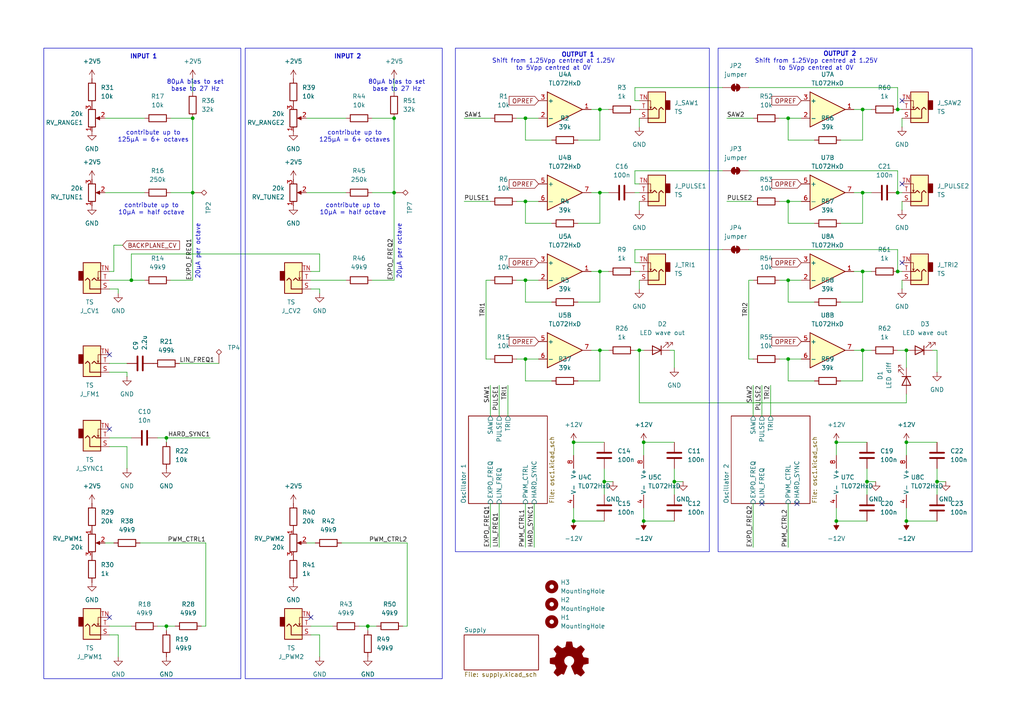
<source format=kicad_sch>
(kicad_sch (version 20250114) (generator "eeschema") (generator_version "9.0")
  (paper "A4")
  (title_block (title "SSI2131 based dual VCO") (company "Jonas Norling"))
  (rectangle (start 132.08 13.97) (end 205.74 160.02))
  (rectangle (start 71.12 13.97) (end 128.27 196.85))
  (rectangle (start 208.28 13.97) (end 281.94 160.02))
  (rectangle (start 12.7 13.97) (end 69.85 196.85))
  (text "80µA bias to set\nbase to 27 Hz\n" (at 56.642 24.892 0) (effects (font (size 1.27 1.27) (thickness 0.1588))))
  (text "contribute up to\n125µA = 6+ octaves" (at 44.45 39.624 0) (effects (font (size 1.27 1.27))))
  (text "80µA bias to set\nbase to 27 Hz\n" (at 115.062 24.892 0) (effects (font (size 1.27 1.27) (thickness 0.1588))))
  (text "contribute up to\n10µA = half octave" (at 43.942 60.706 0) (effects (font (size 1.27 1.27))))
  (text "INPUT 2" (at 100.838 16.51 0) (effects (font (size 1.27 1.27) (thickness 0.254) (bold yes))))
  (text "20µA per octave" (at 57.404 72.898 90) (effects (font (size 1.27 1.27))))
  (text "OUTPUT 2" (at 243.586 15.748 0) (effects (font (size 1.27 1.27) (thickness 0.254) (bold yes))))
  (text "20µA per octave" (at 115.824 72.898 90) (effects (font (size 1.27 1.27))))
  (text "Shift from 1.25Vpp centred at 1.25V\nto 5Vpp centred at 0V" (at 236.728 18.796 0) (effects (font (size 1.27 1.27))))
  (text "contribute up to\n125µA = 6+ octaves" (at 102.87 39.624 0) (effects (font (size 1.27 1.27))))
  (text "contribute up to\n10µA = half octave" (at 102.362 60.706 0) (effects (font (size 1.27 1.27))))
  (text "Shift from 1.25Vpp centred at 1.25V\nto 5Vpp centred at 0V" (at 160.528 18.796 0) (effects (font (size 1.27 1.27))))
  (text "INPUT 1" (at 41.656 16.51 0) (effects (font (size 1.27 1.27) (thickness 0.254) (bold yes))))
  (text "OUTPUT 1" (at 167.64 16.002 0) (effects (font (size 1.27 1.27) (thickness 0.254) (bold yes))))
  (junction (at 250.19 31.75))
  (junction (at 228.6 34.29))
  (junction (at 262.89 151.13))
  (junction (at 262.89 101.6))
  (junction (at 242.57 128.27))
  (junction (at 195.58 139.7))
  (junction (at 250.19 78.74))
  (junction (at 271.78 139.7))
  (junction (at 114.3 55.88))
  (junction (at 250.19 101.6))
  (junction (at 175.26 139.7))
  (junction (at 173.99 78.74))
  (junction (at 250.19 55.88))
  (junction (at 260.35 31.75))
  (junction (at 173.99 31.75))
  (junction (at 48.26 181.61))
  (junction (at 38.1 81.28))
  (junction (at 228.6 58.42))
  (junction (at 186.69 128.27))
  (junction (at 114.3 34.29))
  (junction (at 55.88 55.88))
  (junction (at 152.4 58.42))
  (junction (at 186.69 151.13))
  (junction (at 262.89 128.27))
  (junction (at 173.99 101.6))
  (junction (at 173.99 55.88))
  (junction (at 152.4 81.28))
  (junction (at 48.26 127))
  (junction (at 152.4 104.14))
  (junction (at 55.88 34.29))
  (junction (at 228.6 81.28))
  (junction (at 251.46 139.7))
  (junction (at 166.37 151.13))
  (junction (at 106.68 181.61))
  (junction (at 228.6 104.14))
  (junction (at 260.35 55.88))
  (junction (at 260.35 78.74))
  (junction (at 242.57 151.13))
  (junction (at 185.42 101.6))
  (junction (at 152.4 34.29))
  (junction (at 166.37 128.27))
  (no_connect (at 261.62 29.21))
  (no_connect (at 31.75 102.87))
  (no_connect (at 31.75 124.46))
  (no_connect (at 231.14 146.05))
  (no_connect (at 90.17 179.07))
  (no_connect (at 261.62 76.2))
  (no_connect (at 220.98 146.05))
  (no_connect (at 261.62 53.34))
  (no_connect (at 31.75 179.07))
  (wire (pts (xy 167.64 64.77) (xy 173.99 64.77)))
  (wire (pts (xy 171.45 78.74) (xy 173.99 78.74)))
  (wire (pts (xy 210.82 34.29) (xy 218.44 34.29)))
  (wire (pts (xy 262.89 101.6) (xy 262.89 106.68)))
  (wire (pts (xy 171.45 101.6) (xy 173.99 101.6)))
  (wire (pts (xy 262.89 128.27) (xy 271.78 128.27)))
  (wire (pts (xy 228.6 34.29) (xy 232.41 34.29)))
  (wire (pts (xy 167.64 87.63) (xy 173.99 87.63)))
  (wire (pts (xy 88.9 34.29) (xy 100.33 34.29)))
  (wire (pts (xy 250.19 110.49) (xy 250.19 101.6)))
  (wire (pts (xy 217.17 49.53) (xy 260.35 49.53)))
  (wire (pts (xy 184.15 29.21) (xy 184.15 25.4)))
  (wire (pts (xy 175.26 139.7) (xy 177.8 139.7)))
  (wire (pts (xy 34.29 83.82) (xy 34.29 85.09)))
  (wire (pts (xy 262.89 128.27) (xy 262.89 132.08)))
  (wire (pts (xy 184.15 55.88) (xy 185.42 55.88)))
  (wire (pts (xy 160.02 64.77) (xy 152.4 64.77)))
  (wire (pts (xy 30.48 55.88) (xy 41.91 55.88)))
  (wire (pts (xy 226.06 104.14) (xy 228.6 104.14)))
  (wire (pts (xy 250.19 78.74) (xy 252.73 78.74)))
  (wire (pts (xy 34.29 184.15) (xy 34.29 190.5)))
  (wire (pts (xy 195.58 101.6) (xy 195.58 106.68)))
  (wire (pts (xy 262.89 116.84) (xy 185.42 116.84)))
  (wire (pts (xy 228.6 40.64) (xy 228.6 34.29)))
  (wire (pts (xy 271.78 135.89) (xy 271.78 139.7)))
  (wire (pts (xy 88.9 157.48) (xy 91.44 157.48)))
  (wire (pts (xy 88.9 55.88) (xy 100.33 55.88)))
  (wire (pts (xy 152.4 87.63) (xy 152.4 81.28)))
  (wire (pts (xy 31.75 83.82) (xy 34.29 83.82)))
  (wire (pts (xy 55.88 22.86) (xy 55.88 26.67)))
  (wire (pts (xy 260.35 31.75) (xy 261.62 31.75)))
  (wire (pts (xy 251.46 139.7) (xy 251.46 143.51)))
  (wire (pts (xy 59.69 181.61) (xy 58.42 181.61)))
  (wire (pts (xy 55.88 34.29) (xy 55.88 55.88)))
  (wire (pts (xy 250.19 31.75) (xy 252.73 31.75)))
  (wire (pts (xy 90.17 184.15) (xy 92.71 184.15)))
  (wire (pts (xy 217.17 25.4) (xy 260.35 25.4)))
  (wire (pts (xy 226.06 81.28) (xy 228.6 81.28)))
  (wire (pts (xy 31.75 105.41) (xy 36.83 105.41)))
  (wire (pts (xy 271.78 139.7) (xy 274.32 139.7)))
  (wire (pts (xy 247.65 55.88) (xy 250.19 55.88)))
  (wire (pts (xy 184.15 76.2) (xy 184.15 72.39)))
  (wire (pts (xy 260.35 78.74) (xy 261.62 78.74)))
  (wire (pts (xy 251.46 139.7) (xy 254 139.7)))
  (wire (pts (xy 152.4 104.14) (xy 152.4 110.49)))
  (wire (pts (xy 149.86 58.42) (xy 152.4 58.42)))
  (wire (pts (xy 242.57 151.13) (xy 251.46 151.13)))
  (wire (pts (xy 260.35 101.6) (xy 262.89 101.6)))
  (wire (pts (xy 226.06 58.42) (xy 228.6 58.42)))
  (wire (pts (xy 38.1 73.66) (xy 38.1 81.28)))
  (wire (pts (xy 173.99 87.63) (xy 173.99 78.74)))
  (wire (pts (xy 186.69 147.32) (xy 186.69 151.13)))
  (wire (pts (xy 217.17 72.39) (xy 260.35 72.39)))
  (wire (pts (xy 185.42 81.28) (xy 185.42 83.82)))
  (wire (pts (xy 52.07 105.41) (xy 63.5 105.41)))
  (wire (pts (xy 152.4 58.42) (xy 156.21 58.42)))
  (wire (pts (xy 261.62 34.29) (xy 261.62 36.83)))
  (wire (pts (xy 149.86 34.29) (xy 152.4 34.29)))
  (wire (pts (xy 220.98 120.65) (xy 220.98 111.76)))
  (wire (pts (xy 48.26 127) (xy 60.96 127)))
  (wire (pts (xy 184.15 31.75) (xy 185.42 31.75)))
  (wire (pts (xy 167.64 40.64) (xy 173.99 40.64)))
  (wire (pts (xy 217.17 81.28) (xy 217.17 104.14)))
  (wire (pts (xy 186.69 151.13) (xy 195.58 151.13)))
  (wire (pts (xy 271.78 139.7) (xy 271.78 143.51)))
  (wire (pts (xy 38.1 81.28) (xy 41.91 81.28)))
  (wire (pts (xy 271.78 101.6) (xy 271.78 107.95)))
  (wire (pts (xy 171.45 55.88) (xy 173.99 55.88)))
  (wire (pts (xy 152.4 81.28) (xy 156.21 81.28)))
  (wire (pts (xy 243.84 40.64) (xy 250.19 40.64)))
  (wire (pts (xy 250.19 64.77) (xy 250.19 55.88)))
  (wire (pts (xy 31.75 127) (xy 38.1 127)))
  (wire (pts (xy 92.71 83.82) (xy 92.71 85.09)))
  (wire (pts (xy 149.86 81.28) (xy 152.4 81.28)))
  (wire (pts (xy 185.42 58.42) (xy 185.42 60.96)))
  (wire (pts (xy 236.22 40.64) (xy 228.6 40.64)))
  (wire (pts (xy 106.68 181.61) (xy 106.68 182.88)))
  (wire (pts (xy 49.53 81.28) (xy 55.88 81.28)))
  (wire (pts (xy 195.58 139.7) (xy 198.12 139.7)))
  (wire (pts (xy 175.26 135.89) (xy 175.26 139.7)))
  (wire (pts (xy 247.65 101.6) (xy 250.19 101.6)))
  (wire (pts (xy 142.24 158.75) (xy 142.24 146.05)))
  (wire (pts (xy 250.19 40.64) (xy 250.19 31.75)))
  (wire (pts (xy 152.4 34.29) (xy 156.21 34.29)))
  (wire (pts (xy 185.42 29.21) (xy 184.15 29.21)))
  (wire (pts (xy 260.35 55.88) (xy 261.62 55.88)))
  (wire (pts (xy 175.26 139.7) (xy 175.26 143.51)))
  (wire (pts (xy 186.69 128.27) (xy 186.69 132.08)))
  (wire (pts (xy 261.62 81.28) (xy 261.62 83.82)))
  (wire (pts (xy 92.71 184.15) (xy 92.71 190.5)))
  (wire (pts (xy 250.19 31.75) (xy 247.65 31.75)))
  (wire (pts (xy 173.99 110.49) (xy 173.99 101.6)))
  (wire (pts (xy 228.6 110.49) (xy 236.22 110.49)))
  (wire (pts (xy 114.3 22.86) (xy 114.3 26.67)))
  (wire (pts (xy 166.37 128.27) (xy 166.37 132.08)))
  (wire (pts (xy 261.62 58.42) (xy 261.62 60.96)))
  (wire (pts (xy 31.75 184.15) (xy 34.29 184.15)))
  (wire (pts (xy 184.15 101.6) (xy 185.42 101.6)))
  (wire (pts (xy 118.11 181.61) (xy 116.84 181.61)))
  (wire (pts (xy 226.06 34.29) (xy 228.6 34.29)))
  (wire (pts (xy 90.17 83.82) (xy 92.71 83.82)))
  (wire (pts (xy 33.02 71.12) (xy 33.02 78.74)))
  (wire (pts (xy 118.11 157.48) (xy 118.11 181.61)))
  (wire (pts (xy 140.97 104.14) (xy 142.24 104.14)))
  (wire (pts (xy 262.89 151.13) (xy 271.78 151.13)))
  (wire (pts (xy 107.95 81.28) (xy 114.3 81.28)))
  (wire (pts (xy 242.57 147.32) (xy 242.57 151.13)))
  (wire (pts (xy 142.24 120.65) (xy 142.24 111.76)))
  (wire (pts (xy 48.26 181.61) (xy 50.8 181.61)))
  (wire (pts (xy 152.4 110.49) (xy 160.02 110.49)))
  (wire (pts (xy 140.97 81.28) (xy 140.97 104.14)))
  (wire (pts (xy 152.4 64.77) (xy 152.4 58.42)))
  (wire (pts (xy 134.62 58.42) (xy 142.24 58.42)))
  (wire (pts (xy 107.95 55.88) (xy 114.3 55.88)))
  (wire (pts (xy 250.19 101.6) (xy 252.73 101.6)))
  (wire (pts (xy 92.71 73.66) (xy 38.1 73.66)))
  (wire (pts (xy 160.02 87.63) (xy 152.4 87.63)))
  (wire (pts (xy 45.72 127) (xy 48.26 127)))
  (wire (pts (xy 243.84 64.77) (xy 250.19 64.77)))
  (wire (pts (xy 242.57 128.27) (xy 251.46 128.27)))
  (wire (pts (xy 184.15 53.34) (xy 184.15 49.53)))
  (wire (pts (xy 173.99 31.75) (xy 171.45 31.75)))
  (wire (pts (xy 228.6 87.63) (xy 228.6 81.28)))
  (wire (pts (xy 228.6 58.42) (xy 232.41 58.42)))
  (wire (pts (xy 106.68 181.61) (xy 109.22 181.61)))
  (wire (pts (xy 152.4 40.64) (xy 152.4 34.29)))
  (wire (pts (xy 185.42 76.2) (xy 184.15 76.2)))
  (wire (pts (xy 173.99 101.6) (xy 176.53 101.6)))
  (wire (pts (xy 173.99 78.74) (xy 176.53 78.74)))
  (wire (pts (xy 262.89 114.3) (xy 262.89 116.84)))
  (wire (pts (xy 144.78 120.65) (xy 144.78 111.76)))
  (wire (pts (xy 185.42 116.84) (xy 185.42 101.6)))
  (wire (pts (xy 147.32 120.65) (xy 147.32 111.76)))
  (wire (pts (xy 185.42 53.34) (xy 184.15 53.34)))
  (wire (pts (xy 92.71 78.74) (xy 92.71 73.66)))
  (wire (pts (xy 114.3 34.29) (xy 114.3 55.88)))
  (wire (pts (xy 90.17 181.61) (xy 96.52 181.61)))
  (wire (pts (xy 152.4 104.14) (xy 156.21 104.14)))
  (wire (pts (xy 55.88 55.88) (xy 55.88 81.28)))
  (wire (pts (xy 260.35 72.39) (xy 260.35 78.74)))
  (wire (pts (xy 194.31 101.6) (xy 195.58 101.6)))
  (wire (pts (xy 31.75 181.61) (xy 38.1 181.61)))
  (wire (pts (xy 184.15 78.74) (xy 185.42 78.74)))
  (wire (pts (xy 99.06 157.48) (xy 118.11 157.48)))
  (wire (pts (xy 166.37 128.27) (xy 175.26 128.27)))
  (wire (pts (xy 228.6 104.14) (xy 232.41 104.14)))
  (wire (pts (xy 242.57 128.27) (xy 242.57 132.08)))
  (wire (pts (xy 186.69 128.27) (xy 195.58 128.27)))
  (wire (pts (xy 36.83 129.54) (xy 36.83 135.89)))
  (wire (pts (xy 236.22 87.63) (xy 228.6 87.63)))
  (wire (pts (xy 90.17 81.28) (xy 100.33 81.28)))
  (wire (pts (xy 30.48 34.29) (xy 41.91 34.29)))
  (wire (pts (xy 228.6 104.14) (xy 228.6 110.49)))
  (wire (pts (xy 218.44 158.75) (xy 218.44 146.05)))
  (wire (pts (xy 114.3 55.88) (xy 114.3 81.28)))
  (wire (pts (xy 166.37 151.13) (xy 175.26 151.13)))
  (wire (pts (xy 184.15 72.39) (xy 209.55 72.39)))
  (wire (pts (xy 33.02 71.12) (xy 35.56 71.12)))
  (wire (pts (xy 160.02 40.64) (xy 152.4 40.64)))
  (wire (pts (xy 250.19 55.88) (xy 252.73 55.88)))
  (wire (pts (xy 173.99 31.75) (xy 176.53 31.75)))
  (wire (pts (xy 31.75 81.28) (xy 38.1 81.28)))
  (wire (pts (xy 217.17 104.14) (xy 218.44 104.14)))
  (wire (pts (xy 184.15 25.4) (xy 209.55 25.4)))
  (wire (pts (xy 251.46 135.89) (xy 251.46 139.7)))
  (wire (pts (xy 48.26 181.61) (xy 48.26 182.88)))
  (wire (pts (xy 228.6 64.77) (xy 228.6 58.42)))
  (wire (pts (xy 228.6 158.75) (xy 228.6 146.05)))
  (wire (pts (xy 45.72 181.61) (xy 48.26 181.61)))
  (wire (pts (xy 92.71 78.74) (xy 90.17 78.74)))
  (wire (pts (xy 184.15 49.53) (xy 209.55 49.53)))
  (wire (pts (xy 154.94 158.75) (xy 154.94 146.05)))
  (wire (pts (xy 33.02 78.74) (xy 31.75 78.74)))
  (wire (pts (xy 218.44 120.65) (xy 218.44 111.76)))
  (wire (pts (xy 236.22 64.77) (xy 228.6 64.77)))
  (wire (pts (xy 167.64 110.49) (xy 173.99 110.49)))
  (wire (pts (xy 243.84 110.49) (xy 250.19 110.49)))
  (wire (pts (xy 31.75 129.54) (xy 36.83 129.54)))
  (wire (pts (xy 144.78 158.75) (xy 144.78 146.05)))
  (wire (pts (xy 30.48 157.48) (xy 33.02 157.48)))
  (wire (pts (xy 134.62 34.29) (xy 142.24 34.29)))
  (wire (pts (xy 210.82 58.42) (xy 218.44 58.42)))
  (wire (pts (xy 195.58 139.7) (xy 195.58 143.51)))
  (wire (pts (xy 31.75 107.95) (xy 36.83 107.95)))
  (wire (pts (xy 185.42 34.29) (xy 185.42 36.83)))
  (wire (pts (xy 260.35 49.53) (xy 260.35 55.88)))
  (wire (pts (xy 49.53 55.88) (xy 55.88 55.88)))
  (wire (pts (xy 40.64 157.48) (xy 59.69 157.48)))
  (wire (pts (xy 247.65 78.74) (xy 250.19 78.74)))
  (wire (pts (xy 49.53 34.29) (xy 55.88 34.29)))
  (wire (pts (xy 185.42 101.6) (xy 186.69 101.6)))
  (wire (pts (xy 262.89 147.32) (xy 262.89 151.13)))
  (wire (pts (xy 166.37 147.32) (xy 166.37 151.13)))
  (wire (pts (xy 149.86 104.14) (xy 152.4 104.14)))
  (wire (pts (xy 228.6 81.28) (xy 232.41 81.28)))
  (wire (pts (xy 260.35 25.4) (xy 260.35 31.75)))
  (wire (pts (xy 152.4 158.75) (xy 152.4 146.05)))
  (wire (pts (xy 173.99 55.88) (xy 176.53 55.88)))
  (wire (pts (xy 104.14 181.61) (xy 106.68 181.61)))
  (wire (pts (xy 243.84 87.63) (xy 250.19 87.63)))
  (wire (pts (xy 107.95 34.29) (xy 114.3 34.29)))
  (wire (pts (xy 223.52 120.65) (xy 223.52 111.76)))
  (wire (pts (xy 36.83 107.95) (xy 36.83 109.22)))
  (wire (pts (xy 195.58 135.89) (xy 195.58 139.7)))
  (wire (pts (xy 59.69 157.48) (xy 59.69 181.61)))
  (wire (pts (xy 48.26 127) (xy 48.26 128.27)))
  (wire (pts (xy 217.17 81.28) (xy 218.44 81.28)))
  (wire (pts (xy 173.99 64.77) (xy 173.99 55.88)))
  (wire (pts (xy 270.51 101.6) (xy 271.78 101.6)))
  (wire (pts (xy 140.97 81.28) (xy 142.24 81.28)))
  (wire (pts (xy 173.99 40.64) (xy 173.99 31.75)))
  (wire (pts (xy 250.19 87.63) (xy 250.19 78.74)))
  (label "PULSE1" (at 144.78 111.76 270))
  (label "LIN_FREQ1" (at 144.78 158.75 90))
  (label "HARD_SYNC1" (at 154.94 158.75 90))
  (label "TRI2" (at 217.17 87.63 270))
  (label "TRI1" (at 147.32 111.76 270))
  (label "TRI1" (at 140.97 87.63 270))
  (label "SAW1" (at 134.62 34.29 0))
  (label "PWM_CTRL2" (at 228.6 158.75 90))
  (label "SAW2" (at 218.44 111.76 270))
  (label "PULSE2" (at 210.82 58.42 0))
  (label "TRI2" (at 223.52 111.76 270))
  (label "EXPO_FREQ1" (at 142.24 158.75 90))
  (label "LIN_FREQ1" (at 62.23 105.41 180))
  (label "SAW1" (at 142.24 111.76 270))
  (label "SAW2" (at 210.82 34.29 0))
  (label "EXPO_FREQ2" (at 218.44 158.75 90))
  (label "EXPO_FREQ2" (at 114.3 81.28 90))
  (label "PWM_CTRL1" (at 59.69 157.48 180))
  (label "PWM_CTRL2" (at 118.11 157.48 180))
  (label "PULSE2" (at 220.98 111.76 270))
  (label "PULSE1" (at 134.62 58.42 0))
  (label "EXPO_FREQ1" (at 55.88 81.28 90))
  (label "PWM_CTRL1" (at 152.4 158.75 90))
  (label "HARD_SYNC1" (at 60.96 127 180))
  (global_label "OPREF" (shape input) (at 156.21 99.06 180) (property "Intersheetrefs" "${INTERSHEET_REFS}" (effects (hide yes))))
  (global_label "OPREF" (shape input) (at 156.21 53.34 180) (property "Intersheetrefs" "${INTERSHEET_REFS}" (effects (hide yes))))
  (global_label "OPREF" (shape input) (at 156.21 29.21 180) (property "Intersheetrefs" "${INTERSHEET_REFS}" (effects (hide yes))))
  (global_label "OPREF" (shape input) (at 232.41 99.06 180) (property "Intersheetrefs" "${INTERSHEET_REFS}" (effects (hide yes))))
  (global_label "OPREF" (shape input) (at 232.41 53.34 180) (property "Intersheetrefs" "${INTERSHEET_REFS}" (effects (hide yes))))
  (global_label "OPREF" (shape input) (at 232.41 76.2 180) (property "Intersheetrefs" "${INTERSHEET_REFS}" (effects (hide yes))))
  (global_label "OPREF" (shape input) (at 156.21 76.2 180) (property "Intersheetrefs" "${INTERSHEET_REFS}" (effects (hide yes))))
  (global_label "OPREF" (shape input) (at 232.41 29.21 180) (property "Intersheetrefs" "${INTERSHEET_REFS}" (effects (hide yes))))
  (global_label "BACKPLANE_CV" (shape input) (at 35.56 71.12 0) (property "Intersheetrefs" "${INTERSHEET_REFS}" (effects (hide yes))))
  (symbol (lib_id "power:-12V") (at 166.37 151.13 180) (unit 1)
    (property "Reference" "#PWR053" (effects (hide yes)))
    (property "Value" "-12V" (at 166.37 156.21 0))
    (property "Description" "Power symbol creates a global label with name \"-12V\"" (effects (hide yes)))
  )
  (symbol (lib_id "Amplifier_Operational:TL072") (at 163.83 78.74 0) (unit 1)
    (property "Reference" "U5" (at 163.83 68.58 0))
    (property "Value" "TL072HxD" (at 163.83 71.12 0))
    (property "Footprint" "Package_SO:SOIC-8_3.9x4.9mm_P1.27mm" (effects (hide yes)))
    (property "Datasheet" "http://www.ti.com/lit/ds/symlink/tl071.pdf" (effects (hide yes)))
    (property "Description" "Dual Low-Noise JFET-Input Operational Amplifiers, DIP-8/SOIC-8" (effects (hide yes)))
  )
  (symbol (lib_id "Device:LED") (at 266.7 101.6 180) (unit 1)
    (property "Reference" "D3" (at 268.2875 93.98 0))
    (property "Value" "LED wave out" (at 268.2875 96.52 0))
    (property "Footprint" "LED_THT:LED_D3.0mm" (effects (hide yes)))
    (property "Description" "Light emitting diode" (effects (hide yes)))
    (property "Sim.Pins" "1=K 2=A" (effects (hide yes)))
  )
  (symbol (lib_id "power:+12V") (at 166.37 128.27 0) (unit 1)
    (property "Reference" "#PWR024" (effects (hide yes)))
    (property "Value" "+12V" (at 166.37 123.19 0))
    (property "Description" "Power symbol creates a global label with name \"+12V\"" (effects (hide yes)))
  )
  (symbol (lib_id "Device:C") (at 271.78 147.32 0) (unit 1)
    (property "Reference" "C23" (at 275.59 146.0499 0) (effects (justify left)))
    (property "Value" "100n" (at 275.59 148.5899 0) (effects (justify left)))
    (property "Footprint" "Capacitor_SMD:C_0603_1608Metric_Pad1.08x0.95mm_HandSolder" (effects (hide yes)))
    (property "Description" "Unpolarized capacitor" (effects (hide yes)))
  )
  (symbol (lib_id "power:+12V") (at 242.57 128.27 0) (unit 1)
    (property "Reference" "#PWR072" (effects (hide yes)))
    (property "Value" "+12V" (at 242.57 123.19 0))
    (property "Description" "Power symbol creates a global label with name \"+12V\"" (effects (hide yes)))
  )
  (symbol (lib_id "power:GND") (at 85.09 59.69 0) (unit 1)
    (property "Reference" "#PWR062" (effects (hide yes)))
    (property "Value" "GND" (at 85.09 64.77 0))
    (property "Description" "Power symbol creates a global label with name \"GND\" , ground" (effects (hide yes)))
  )
  (symbol (lib_id "Jumper:SolderJumper_2_Bridged") (at 213.36 72.39 180) (unit 1) (in_bom no)
    (property "Reference" "JP4" (at 213.36 66.04 0))
    (property "Value" "jumper" (at 213.36 68.58 0))
    (property "Footprint" "Jumper:SolderJumper-2_P1.3mm_Bridged2Bar_Pad1.0x1.5mm" (effects (hide yes)))
    (property "Description" "Solder Jumper, 2-pole, closed/bridged" (effects (hide yes)))
  )
  (symbol (lib_id "Device:C") (at 251.46 147.32 0) (unit 1)
    (property "Reference" "C20" (at 255.27 146.0499 0) (effects (justify left)))
    (property "Value" "100n" (at 255.27 148.5899 0) (effects (justify left)))
    (property "Footprint" "Capacitor_SMD:C_0603_1608Metric_Pad1.08x0.95mm_HandSolder" (effects (hide yes)))
    (property "Description" "Unpolarized capacitor" (effects (hide yes)))
  )
  (symbol (lib_id "Connector_Audio:AudioJack2_SwitchT") (at 26.67 181.61 0) (mirror x) (unit 1)
    (property "Reference" "J_PWM1" (at 26.035 190.5 0))
    (property "Value" "TS" (at 26.035 187.96 0))
    (property "Footprint" "Connector_Audio:Jack_3.5mm_QingPu_WQP-PJ398SM_Vertical_CircularHoles" (effects (hide yes)))
    (property "Description" "Audio Jack, 2 Poles (Mono / TS), Switched T Pole (Normalling)" (effects (hide yes)))
  )
  (symbol (lib_id "Jumper:SolderJumper_2_Bridged") (at 213.36 25.4 180) (unit 1) (in_bom no)
    (property "Reference" "JP2" (at 213.36 19.05 0))
    (property "Value" "jumper" (at 213.36 21.59 0))
    (property "Footprint" "Jumper:SolderJumper-2_P1.3mm_Bridged2Bar_Pad1.0x1.5mm" (effects (hide yes)))
    (property "Description" "Solder Jumper, 2-pole, closed/bridged" (effects (hide yes)))
  )
  (symbol (lib_id "Connector:TestPoint_Alt") (at 63.5 105.41 0) (mirror y) (unit 1)
    (property "Reference" "TP4" (at 66.04 100.8379 0) (effects (justify right)))
    (property "Value" "TestPoint_Alt" (effects (hide yes)))
    (property "Footprint" "Holes:TP_0.9mm" (effects (hide yes)))
    (property "Description" "test point (alternative shape)" (effects (hide yes)))
  )
  (symbol (lib_id "Device:R") (at 256.54 101.6 90) (unit 1)
    (property "Reference" "R62" (at 256.54 95.25 90))
    (property "Value" "1k" (at 256.54 97.79 90))
    (property "Footprint" "Resistor_SMD:R_0603_1608Metric_Pad0.98x0.95mm_HandSolder" (effects (hide yes)))
    (property "Description" "Resistor" (effects (hide yes)))
  )
  (symbol (lib_id "power:GND") (at 34.29 85.09 0) (unit 1)
    (property "Reference" "#PWR033" (effects (hide yes)))
    (property "Value" "GND" (at 34.29 90.17 0))
    (property "Description" "Power symbol creates a global label with name \"GND\" , ground" (effects (hide yes)))
  )
  (symbol (lib_id "Device:R") (at 26.67 149.86 180) (unit 1)
    (property "Reference" "R29" (at 29.21 148.5899 0) (effects (justify right)))
    (property "Value" "20k" (at 29.21 151.1299 0) (effects (justify right)))
    (property "Footprint" "Resistor_SMD:R_0603_1608Metric_Pad0.98x0.95mm_HandSolder" (effects (hide yes)))
    (property "Description" "Resistor" (effects (hide yes)))
  )
  (symbol (lib_id "power:+2V5") (at 26.67 146.05 0) (unit 1)
    (property "Reference" "#PWR039" (effects (hide yes)))
    (property "Value" "+2V5" (at 26.67 140.97 0))
    (property "Description" "Power symbol creates a global label with name \"+2V5\"" (effects (hide yes)))
  )
  (symbol (lib_id "Device:R") (at 26.67 26.67 180) (unit 1)
    (property "Reference" "R31" (at 29.21 25.3999 0) (effects (justify right)))
    (property "Value" "10k" (at 29.21 27.9399 0) (effects (justify right)))
    (property "Footprint" "Resistor_SMD:R_0603_1608Metric_Pad0.98x0.95mm_HandSolder" (effects (hide yes)))
    (property "Description" "Resistor" (effects (hide yes)))
  )
  (symbol (lib_id "Device:R") (at 256.54 78.74 270) (unit 1)
    (property "Reference" "R61" (at 256.54 72.39 90))
    (property "Value" "1k" (at 256.54 74.93 90))
    (property "Footprint" "Resistor_SMD:R_0603_1608Metric_Pad0.98x0.95mm_HandSolder" (effects (hide yes)))
    (property "Description" "Resistor" (effects (hide yes)))
  )
  (symbol (lib_id "Connector_Audio:AudioJack2_SwitchT") (at 26.67 81.28 0) (mirror x) (unit 1)
    (property "Reference" "J_CV1" (at 26.035 90.17 0))
    (property "Value" "TS" (at 26.035 87.63 0))
    (property "Footprint" "Connector_Audio:Jack_3.5mm_QingPu_WQP-PJ398SM_Vertical_CircularHoles" (effects (hide yes)))
    (property "Description" "Audio Jack, 2 Poles (Mono / TS), Switched T Pole (Normalling)" (effects (hide yes)))
  )
  (symbol (lib_id "Amplifier_Operational:TL072") (at 163.83 55.88 0) (unit 2)
    (property "Reference" "U4" (at 163.83 45.72 0))
    (property "Value" "TL072HxD" (at 163.83 48.26 0))
    (property "Footprint" "Package_SO:SOIC-8_3.9x4.9mm_P1.27mm" (effects (hide yes)))
    (property "Datasheet" "http://www.ti.com/lit/ds/symlink/tl071.pdf" (effects (hide yes)))
    (property "Description" "Dual Low-Noise JFET-Input Operational Amplifiers, DIP-8/SOIC-8" (effects (hide yes)))
  )
  (symbol (lib_id "power:+2V5") (at 55.88 22.86 0) (unit 1)
    (property "Reference" "#PWR036" (effects (hide yes)))
    (property "Value" "+2V5" (at 55.88 17.78 0))
    (property "Description" "Power symbol creates a global label with name \"+2V5\"" (effects (hide yes)))
  )
  (symbol (lib_id "power:GND") (at 106.68 190.5 0) (unit 1)
    (property "Reference" "#PWR070" (effects (hide yes)))
    (property "Value" "GND" (at 106.68 195.58 0))
    (property "Description" "Power symbol creates a global label with name \"GND\" , ground" (effects (hide yes)))
  )
  (symbol (lib_id "Amplifier_Operational:TL072") (at 168.91 139.7 0) (unit 3)
    (property "Reference" "U4" (at 167.64 138.4299 0) (effects (justify left)))
    (property "Value" "TL072HxD" (at 167.64 140.9699 0) (effects (justify left)))
    (property "Footprint" "Package_SO:SOIC-8_3.9x4.9mm_P1.27mm" (effects (hide yes)))
    (property "Datasheet" "http://www.ti.com/lit/ds/symlink/tl071.pdf" (effects (hide yes)))
    (property "Description" "Dual Low-Noise JFET-Input Operational Amplifiers, DIP-8/SOIC-8" (effects (hide yes)))
  )
  (symbol (lib_id "Connector_Audio:AudioJack2_SwitchT") (at 190.5 78.74 180) (unit 1)
    (property "Reference" "J_TRI1" (at 195.58 76.8349 0) (effects (justify right)))
    (property "Value" "TS" (at 195.58 79.3749 0) (effects (justify right)))
    (property "Footprint" "Connector_Audio:Jack_3.5mm_QingPu_WQP-PJ398SM_Vertical_CircularHoles" (effects (hide yes)))
    (property "Description" "Audio Jack, 2 Poles (Mono / TS), Switched T Pole (Normalling)" (effects (hide yes)))
  )
  (symbol (lib_id "Amplifier_Operational:TL072") (at 240.03 101.6 0) (unit 2)
    (property "Reference" "U8" (at 240.03 91.44 0))
    (property "Value" "TL072HxD" (at 240.03 93.98 0))
    (property "Footprint" "Package_SO:SOIC-8_3.9x4.9mm_P1.27mm" (effects (hide yes)))
    (property "Datasheet" "http://www.ti.com/lit/ds/symlink/tl071.pdf" (effects (hide yes)))
    (property "Description" "Dual Low-Noise JFET-Input Operational Amplifiers, DIP-8/SOIC-8" (effects (hide yes)))
  )
  (symbol (lib_id "power:GND") (at 198.12 139.7 0) (unit 1)
    (property "Reference" "#PWR052" (effects (hide yes)))
    (property "Value" "GND" (at 198.12 144.78 0))
    (property "Description" "Power symbol creates a global label with name \"GND\" , ground" (effects (hide yes)))
  )
  (symbol (lib_id "power:GND") (at 274.32 139.7 0) (unit 1)
    (property "Reference" "#PWR081" (effects (hide yes)))
    (property "Value" "GND" (at 274.32 144.78 0))
    (property "Description" "Power symbol creates a global label with name \"GND\" , ground" (effects (hide yes)))
  )
  (symbol (lib_id "Device:R") (at 163.83 64.77 270) (unit 1)
    (property "Reference" "R4" (at 163.83 58.42 90))
    (property "Value" "39k" (at 163.83 60.96 90))
    (property "Footprint" "Resistor_SMD:R_0603_1608Metric_Pad0.98x0.95mm_HandSolder" (effects (hide yes)))
    (property "Description" "Resistor" (effects (hide yes)))
  )
  (symbol (lib_id "Amplifier_Operational:TL072") (at 240.03 78.74 0) (unit 1)
    (property "Reference" "U8" (at 240.03 68.58 0))
    (property "Value" "TL072HxD" (at 240.03 71.12 0))
    (property "Footprint" "Package_SO:SOIC-8_3.9x4.9mm_P1.27mm" (effects (hide yes)))
    (property "Datasheet" "http://www.ti.com/lit/ds/symlink/tl071.pdf" (effects (hide yes)))
    (property "Description" "Dual Low-Noise JFET-Input Operational Amplifiers, DIP-8/SOIC-8" (effects (hide yes)))
  )
  (symbol (lib_id "Graphic:Logo_Open_Hardware_Small") (at 165.1 191.77 0) (unit 1) (exclude_from_sim yes) (in_bom no) (on_board no)
    (property "Reference" "#SYM1" (effects (hide yes)))
    (property "Value" "Logo_Open_Hardware_Small" (effects (hide yes)))
    (property "Footprint" "Symbol:OSHW-Logo2_7.3x6mm_SilkScreen" (effects (hide yes)))
    (property "Description" "Open Hardware logo, small" (effects (hide yes)))
  )
  (symbol (lib_id "power:GND") (at 195.58 106.68 0) (unit 1)
    (property "Reference" "#PWR049" (effects (hide yes)))
    (property "Value" "GND" (at 195.58 111.76 0))
    (property "Description" "Power symbol creates a global label with name \"GND\" , ground" (effects (hide yes)))
  )
  (symbol (lib_id "Device:C") (at 271.78 132.08 0) (unit 1)
    (property "Reference" "C22" (at 275.59 130.8099 0) (effects (justify left)))
    (property "Value" "100n" (at 275.59 133.3499 0) (effects (justify left)))
    (property "Footprint" "Capacitor_SMD:C_0603_1608Metric_Pad1.08x0.95mm_HandSolder" (effects (hide yes)))
    (property "Description" "Unpolarized capacitor" (effects (hide yes)))
  )
  (symbol (lib_id "power:GND") (at 48.26 135.89 0) (unit 1)
    (property "Reference" "#PWR046" (effects (hide yes)))
    (property "Value" "GND" (at 48.26 140.97 0))
    (property "Description" "Power symbol creates a global label with name \"GND\" , ground" (effects (hide yes)))
  )
  (symbol (lib_id "power:GND") (at 261.62 60.96 0) (unit 1)
    (property "Reference" "#PWR076" (effects (hide yes)))
    (property "Value" "GND" (at 261.62 66.04 0))
    (property "Description" "Power symbol creates a global label with name \"GND\" , ground" (effects (hide yes)))
  )
  (symbol (lib_id "Device:C") (at 41.91 127 90) (unit 1)
    (property "Reference" "C10" (at 41.91 119.38 90))
    (property "Value" "10n" (at 41.91 121.92 90))
    (property "Footprint" "Capacitor_SMD:C_0603_1608Metric_Pad1.08x0.95mm_HandSolder" (effects (hide yes)))
    (property "Description" "Unpolarized capacitor" (effects (hide yes)))
  )
  (symbol (lib_id "Device:R_Potentiometer") (at 85.09 34.29 0) (mirror x) (unit 1)
    (property "Reference" "RV_RANGE2" (at 82.55 35.5601 0) (effects (justify right)))
    (property "Value" "20k" (at 82.55 33.0201 0) (effects (justify right)))
    (property "Footprint" "Pot:RV9012NO" (effects (hide yes)))
    (property "Description" "Potentiometer" (effects (hide yes)))
  )
  (symbol (lib_id "Device:R") (at 222.25 104.14 270) (unit 1)
    (property "Reference" "R55" (at 222.25 97.79 90))
    (property "Value" "10k" (at 222.25 100.33 90))
    (property "Footprint" "Resistor_SMD:R_0603_1608Metric_Pad0.98x0.95mm_HandSolder" (effects (hide yes)))
    (property "Description" "Resistor" (effects (hide yes)))
  )
  (symbol (lib_id "power:+2V5") (at 114.3 22.86 0) (unit 1)
    (property "Reference" "#PWR071" (effects (hide yes)))
    (property "Value" "+2V5" (at 114.3 17.78 0))
    (property "Description" "Power symbol creates a global label with name \"+2V5\"" (effects (hide yes)))
  )
  (symbol (lib_id "Amplifier_Operational:TL072") (at 240.03 31.75 0) (unit 1)
    (property "Reference" "U7" (at 240.03 21.59 0))
    (property "Value" "TL072HxD" (at 240.03 24.13 0))
    (property "Footprint" "Package_SO:SOIC-8_3.9x4.9mm_P1.27mm" (effects (hide yes)))
    (property "Datasheet" "http://www.ti.com/lit/ds/symlink/tl071.pdf" (effects (hide yes)))
    (property "Description" "Dual Low-Noise JFET-Input Operational Amplifiers, DIP-8/SOIC-8" (effects (hide yes)))
  )
  (symbol (lib_id "power:GND") (at 48.26 190.5 0) (unit 1)
    (property "Reference" "#PWR042" (effects (hide yes)))
    (property "Value" "GND" (at 48.26 195.58 0))
    (property "Description" "Power symbol creates a global label with name \"GND\" , ground" (effects (hide yes)))
  )
  (symbol (lib_id "power:GND") (at 177.8 139.7 0) (unit 1)
    (property "Reference" "#PWR054" (effects (hide yes)))
    (property "Value" "GND" (at 177.8 144.78 0))
    (property "Description" "Power symbol creates a global label with name \"GND\" , ground" (effects (hide yes)))
  )
  (symbol (lib_id "Device:R") (at 180.34 31.75 270) (unit 1)
    (property "Reference" "R3" (at 180.34 25.4 90))
    (property "Value" "1k" (at 180.34 27.94 90))
    (property "Footprint" "Resistor_SMD:R_0603_1608Metric_Pad0.98x0.95mm_HandSolder" (effects (hide yes)))
    (property "Description" "Resistor" (effects (hide yes)))
  )
  (symbol (lib_id "Connector_Audio:AudioJack2_SwitchT") (at 266.7 55.88 180) (unit 1)
    (property "Reference" "J_PULSE2" (at 271.78 53.9749 0) (effects (justify right)))
    (property "Value" "TS" (at 271.78 56.5149 0) (effects (justify right)))
    (property "Footprint" "Connector_Audio:Jack_3.5mm_QingPu_WQP-PJ398SM_Vertical_CircularHoles" (effects (hide yes)))
    (property "Description" "Audio Jack, 2 Poles (Mono / TS), Switched T Pole (Normalling)" (effects (hide yes)))
  )
  (symbol (lib_id "Connector:TestPoint_Alt") (at 55.88 55.88 270) (mirror x) (unit 1)
    (property "Reference" "TP2" (at 60.4521 58.42 0) (effects (justify right)))
    (property "Value" "TestPoint_Alt" (effects (hide yes)))
    (property "Footprint" "Holes:TP_0.9mm" (effects (hide yes)))
    (property "Description" "test point (alternative shape)" (effects (hide yes)))
  )
  (symbol (lib_id "Device:R") (at 180.34 78.74 270) (unit 1)
    (property "Reference" "R9" (at 180.34 72.39 90))
    (property "Value" "1k" (at 180.34 74.93 90))
    (property "Footprint" "Resistor_SMD:R_0603_1608Metric_Pad0.98x0.95mm_HandSolder" (effects (hide yes)))
    (property "Description" "Resistor" (effects (hide yes)))
  )
  (symbol (lib_id "power:+12V") (at 186.69 128.27 0) (unit 1)
    (property "Reference" "#PWR051" (effects (hide yes)))
    (property "Value" "+12V" (at 186.69 123.19 0))
    (property "Description" "Power symbol creates a global label with name \"+12V\"" (effects (hide yes)))
  )
  (symbol (lib_id "Device:C") (at 251.46 132.08 0) (unit 1)
    (property "Reference" "C19" (at 255.27 130.8099 0) (effects (justify left)))
    (property "Value" "100n" (at 255.27 133.3499 0) (effects (justify left)))
    (property "Footprint" "Capacitor_SMD:C_0603_1608Metric_Pad1.08x0.95mm_HandSolder" (effects (hide yes)))
    (property "Description" "Unpolarized capacitor" (effects (hide yes)))
  )
  (symbol (lib_id "power:-12V") (at 186.69 151.13 180) (unit 1)
    (property "Reference" "#PWR050" (effects (hide yes)))
    (property "Value" "-12V" (at 186.69 156.21 0))
    (property "Description" "Power symbol creates a global label with name \"-12V\"" (effects (hide yes)))
  )
  (symbol (lib_id "power:-12V") (at 262.89 151.13 180) (unit 1)
    (property "Reference" "#PWR079" (effects (hide yes)))
    (property "Value" "-12V" (at 262.89 156.21 0))
    (property "Description" "Power symbol creates a global label with name \"-12V\"" (effects (hide yes)))
  )
  (symbol (lib_id "Device:C") (at 40.64 105.41 90) (unit 1)
    (property "Reference" "C9" (at 39.3699 101.6 0) (effects (justify left)))
    (property "Value" "2.2u" (at 41.9099 101.6 0) (effects (justify left)))
    (property "Footprint" "Capacitor_SMD:C_0805_2012Metric_Pad1.18x1.45mm_HandSolder" (effects (hide yes)))
    (property "Description" "Unpolarized capacitor" (effects (hide yes)))
  )
  (symbol (lib_id "Device:R") (at 26.67 165.1 180) (unit 1)
    (property "Reference" "R30" (at 29.21 163.8299 0) (effects (justify right)))
    (property "Value" "1k" (at 29.21 166.3699 0) (effects (justify right)))
    (property "Footprint" "Resistor_SMD:R_0603_1608Metric_Pad0.98x0.95mm_HandSolder" (effects (hide yes)))
    (property "Description" "Resistor" (effects (hide yes)))
  )
  (symbol (lib_id "Device:R") (at 222.25 58.42 270) (unit 1)
    (property "Reference" "R53" (at 222.25 52.07 90))
    (property "Value" "10k" (at 222.25 54.61 90))
    (property "Footprint" "Resistor_SMD:R_0603_1608Metric_Pad0.98x0.95mm_HandSolder" (effects (hide yes)))
    (property "Description" "Resistor" (effects (hide yes)))
  )
  (symbol (lib_id "Amplifier_Operational:TL072") (at 163.83 31.75 0) (unit 1)
    (property "Reference" "U4" (at 163.83 21.59 0))
    (property "Value" "TL072HxD" (at 163.83 24.13 0))
    (property "Footprint" "Package_SO:SOIC-8_3.9x4.9mm_P1.27mm" (effects (hide yes)))
    (property "Datasheet" "http://www.ti.com/lit/ds/symlink/tl071.pdf" (effects (hide yes)))
    (property "Description" "Dual Low-Noise JFET-Input Operational Amplifiers, DIP-8/SOIC-8" (effects (hide yes)))
  )
  (symbol (lib_id "Device:R") (at 240.03 110.49 270) (unit 1)
    (property "Reference" "R59" (at 240.03 104.14 90))
    (property "Value" "39k" (at 240.03 106.68 90))
    (property "Footprint" "Resistor_SMD:R_0603_1608Metric_Pad0.98x0.95mm_HandSolder" (effects (hide yes)))
    (property "Description" "Resistor" (effects (hide yes)))
  )
  (symbol (lib_id "power:GND") (at 26.67 59.69 0) (unit 1)
    (property "Reference" "#PWR035" (effects (hide yes)))
    (property "Value" "GND" (at 26.67 64.77 0))
    (property "Description" "Power symbol creates a global label with name \"GND\" , ground" (effects (hide yes)))
  )
  (symbol (lib_id "Device:R") (at 45.72 34.29 90) (unit 1)
    (property "Reference" "R17" (at 45.72 27.94 90))
    (property "Value" "10k" (at 45.72 30.48 90))
    (property "Footprint" "Resistor_SMD:R_0603_1608Metric_Pad0.98x0.95mm_HandSolder" (effects (hide yes)))
    (property "Description" "Resistor" (effects (hide yes)))
  )
  (symbol (lib_id "Device:R_Potentiometer") (at 26.67 55.88 0) (mirror x) (unit 1)
    (property "Reference" "RV_TUNE1" (at 24.13 57.1501 0) (effects (justify right)))
    (property "Value" "20k" (at 24.13 54.6101 0) (effects (justify right)))
    (property "Footprint" "Pot:RV9012NO" (effects (hide yes)))
    (property "Description" "Potentiometer" (effects (hide yes)))
  )
  (symbol (lib_id "Device:R") (at 146.05 81.28 270) (unit 1)
    (property "Reference" "R7" (at 146.05 74.93 90))
    (property "Value" "10k" (at 146.05 77.47 90))
    (property "Footprint" "Resistor_SMD:R_0603_1608Metric_Pad0.98x0.95mm_HandSolder" (effects (hide yes)))
    (property "Description" "Resistor" (effects (hide yes)))
  )
  (symbol (lib_id "Device:R") (at 163.83 87.63 270) (unit 1)
    (property "Reference" "R5" (at 163.83 81.28 90))
    (property "Value" "39k" (at 163.83 83.82 90))
    (property "Footprint" "Resistor_SMD:R_0603_1608Metric_Pad0.98x0.95mm_HandSolder" (effects (hide yes)))
    (property "Description" "Resistor" (effects (hide yes)))
  )
  (symbol (lib_id "Jumper:SolderJumper_2_Bridged") (at 213.36 49.53 180) (unit 1) (in_bom no)
    (property "Reference" "JP3" (at 213.36 43.18 0))
    (property "Value" "jumper" (at 213.36 45.72 0))
    (property "Footprint" "Jumper:SolderJumper-2_P1.3mm_Open_Pad1.0x1.5mm" (effects (hide yes)))
    (property "Description" "Solder Jumper, 2-pole, closed/bridged" (effects (hide yes)))
  )
  (symbol (lib_id "Device:R") (at 114.3 30.48 180) (unit 1)
    (property "Reference" "R51" (at 116.84 29.2099 0) (effects (justify right)))
    (property "Value" "32k" (at 116.84 31.7499 0) (effects (justify right)))
    (property "Footprint" "Resistor_SMD:R_0603_1608Metric_Pad0.98x0.95mm_HandSolder" (effects (hide yes)))
    (property "Description" "Resistor" (effects (hide yes)))
  )
  (symbol (lib_id "power:+2V5") (at 26.67 22.86 0) (unit 1)
    (property "Reference" "#PWR032" (effects (hide yes)))
    (property "Value" "+2V5" (at 26.67 17.78 0))
    (property "Description" "Power symbol creates a global label with name \"+2V5\"" (effects (hide yes)))
  )
  (symbol (lib_id "Device:R") (at 55.88 30.48 180) (unit 1)
    (property "Reference" "R36" (at 58.42 29.2099 0) (effects (justify right)))
    (property "Value" "32k" (at 58.42 31.7499 0) (effects (justify right)))
    (property "Footprint" "Resistor_SMD:R_0603_1608Metric_Pad0.98x0.95mm_HandSolder" (effects (hide yes)))
    (property "Description" "Resistor" (effects (hide yes)))
  )
  (symbol (lib_id "power:GND") (at 254 139.7 0) (unit 1)
    (property "Reference" "#PWR074" (effects (hide yes)))
    (property "Value" "GND" (at 254 144.78 0))
    (property "Description" "Power symbol creates a global label with name \"GND\" , ground" (effects (hide yes)))
  )
  (symbol (lib_id "Device:R") (at 104.14 81.28 90) (unit 1)
    (property "Reference" "R46" (at 104.14 74.93 90))
    (property "Value" "49k9" (at 104.14 77.47 90))
    (property "Footprint" "Resistor_SMD:R_0603_1608Metric_Pad0.98x0.95mm_HandSolder" (effects (hide yes)))
    (property "Description" "Resistor" (effects (hide yes)))
  )
  (symbol (lib_id "power:GND") (at 34.29 190.5 0) (unit 1)
    (property "Reference" "#PWR041" (effects (hide yes)))
    (property "Value" "GND" (at 34.29 195.58 0))
    (property "Description" "Power symbol creates a global label with name \"GND\" , ground" (effects (hide yes)))
  )
  (symbol (lib_id "Device:R") (at 104.14 55.88 90) (unit 1)
    (property "Reference" "R45" (at 104.14 49.53 90))
    (property "Value" "250k" (at 104.14 52.07 90))
    (property "Footprint" "Resistor_SMD:R_0603_1608Metric_Pad0.98x0.95mm_HandSolder" (effects (hide yes)))
    (property "Description" "Resistor" (effects (hide yes)))
  )
  (symbol (lib_id "Device:R_Potentiometer") (at 85.09 55.88 0) (mirror x) (unit 1)
    (property "Reference" "RV_TUNE2" (at 82.55 57.1501 0) (effects (justify right)))
    (property "Value" "20k" (at 82.55 54.6101 0) (effects (justify right)))
    (property "Footprint" "Pot:RV9012NO" (effects (hide yes)))
    (property "Description" "Potentiometer" (effects (hide yes)))
  )
  (symbol (lib_id "power:+12V") (at 262.89 128.27 0) (unit 1)
    (property "Reference" "#PWR078" (effects (hide yes)))
    (property "Value" "+12V" (at 262.89 123.19 0))
    (property "Description" "Power symbol creates a global label with name \"+12V\"" (effects (hide yes)))
  )
  (symbol (lib_id "Device:R") (at 45.72 81.28 90) (unit 1)
    (property "Reference" "R14" (at 45.72 74.93 90))
    (property "Value" "49k9" (at 45.72 77.47 90))
    (property "Footprint" "Resistor_SMD:R_0603_1608Metric_Pad0.98x0.95mm_HandSolder" (effects (hide yes)))
    (property "Description" "Resistor" (effects (hide yes)))
  )
  (symbol (lib_id "Device:R") (at 48.26 105.41 90) (unit 1)
    (property "Reference" "R21" (at 48.26 99.06 90))
    (property "Value" "499k" (at 48.26 101.6 90))
    (property "Footprint" "Resistor_SMD:R_0603_1608Metric_Pad0.98x0.95mm_HandSolder" (effects (hide yes)))
    (property "Description" "Resistor" (effects (hide yes)))
  )
  (symbol (lib_id "Device:C") (at 195.58 147.32 0) (unit 1)
    (property "Reference" "C12" (at 199.39 146.0499 0) (effects (justify left)))
    (property "Value" "100n" (at 199.39 148.5899 0) (effects (justify left)))
    (property "Footprint" "Capacitor_SMD:C_0603_1608Metric_Pad1.08x0.95mm_HandSolder" (effects (hide yes)))
    (property "Description" "Unpolarized capacitor" (effects (hide yes)))
  )
  (symbol (lib_id "power:GND") (at 36.83 109.22 0) (unit 1)
    (property "Reference" "#PWR044" (effects (hide yes)))
    (property "Value" "GND" (at 36.83 114.3 0))
    (property "Description" "Power symbol creates a global label with name \"GND\" , ground" (effects (hide yes)))
  )
  (symbol (lib_id "Mechanical:MountingHole") (at 160.02 180.34 0) (unit 1) (in_bom no)
    (property "Reference" "H1" (at 162.56 179.0699 0) (effects (justify left)))
    (property "Value" "MountingHole" (at 162.56 181.6099 0) (effects (justify left)))
    (property "Footprint" "Holes:MountingHole_3.2mm_M3_Pad" (effects (hide yes)))
    (property "Description" "Mounting Hole without connection" (effects (hide yes)))
  )
  (symbol (lib_id "Device:R") (at 106.68 186.69 180) (unit 1)
    (property "Reference" "R49" (at 109.22 185.4199 0) (effects (justify right)))
    (property "Value" "49k9" (at 109.22 187.9599 0) (effects (justify right)))
    (property "Footprint" "Resistor_SMD:R_0603_1608Metric_Pad0.98x0.95mm_HandSolder" (effects (hide yes)))
    (property "Description" "Resistor" (effects (hide yes)))
  )
  (symbol (lib_id "power:GND") (at 92.71 85.09 0) (unit 1)
    (property "Reference" "#PWR065" (effects (hide yes)))
    (property "Value" "GND" (at 92.71 90.17 0))
    (property "Description" "Power symbol creates a global label with name \"GND\" , ground" (effects (hide yes)))
  )
  (symbol (lib_id "power:GND") (at 261.62 83.82 0) (unit 1)
    (property "Reference" "#PWR077" (effects (hide yes)))
    (property "Value" "GND" (at 261.62 88.9 0))
    (property "Description" "Power symbol creates a global label with name \"GND\" , ground" (effects (hide yes)))
  )
  (symbol (lib_id "Device:R") (at 113.03 181.61 90) (unit 1)
    (property "Reference" "R50" (at 113.03 175.26 90))
    (property "Value" "49k9" (at 113.03 177.8 90))
    (property "Footprint" "Resistor_SMD:R_0603_1608Metric_Pad0.98x0.95mm_HandSolder" (effects (hide yes)))
    (property "Description" "Resistor" (effects (hide yes)))
  )
  (symbol (lib_id "power:GND") (at 271.78 107.95 0) (unit 1)
    (property "Reference" "#PWR080" (effects (hide yes)))
    (property "Value" "GND" (at 271.78 113.03 0))
    (property "Description" "Power symbol creates a global label with name \"GND\" , ground" (effects (hide yes)))
  )
  (symbol (lib_id "Device:R") (at 85.09 26.67 180) (unit 1)
    (property "Reference" "R39" (at 87.63 25.3999 0) (effects (justify right)))
    (property "Value" "10k" (at 87.63 27.9399 0) (effects (justify right)))
    (property "Footprint" "Resistor_SMD:R_0603_1608Metric_Pad0.98x0.95mm_HandSolder" (effects (hide yes)))
    (property "Description" "Resistor" (effects (hide yes)))
  )
  (symbol (lib_id "Amplifier_Operational:TL072") (at 163.83 101.6 0) (unit 2)
    (property "Reference" "U5" (at 163.83 91.44 0))
    (property "Value" "TL072HxD" (at 163.83 93.98 0))
    (property "Footprint" "Package_SO:SOIC-8_3.9x4.9mm_P1.27mm" (effects (hide yes)))
    (property "Datasheet" "http://www.ti.com/lit/ds/symlink/tl071.pdf" (effects (hide yes)))
    (property "Description" "Dual Low-Noise JFET-Input Operational Amplifiers, DIP-8/SOIC-8" (effects (hide yes)))
  )
  (symbol (lib_id "Amplifier_Operational:TL072") (at 240.03 55.88 0) (unit 2)
    (property "Reference" "U7" (at 240.03 45.72 0))
    (property "Value" "TL072HxD" (at 240.03 48.26 0))
    (property "Footprint" "Package_SO:SOIC-8_3.9x4.9mm_P1.27mm" (effects (hide yes)))
    (property "Datasheet" "http://www.ti.com/lit/ds/symlink/tl071.pdf" (effects (hide yes)))
    (property "Description" "Dual Low-Noise JFET-Input Operational Amplifiers, DIP-8/SOIC-8" (effects (hide yes)))
  )
  (symbol (lib_id "Connector_Audio:AudioJack2_SwitchT") (at 26.67 127 0) (mirror x) (unit 1)
    (property "Reference" "J_SYNC1" (at 26.035 135.89 0))
    (property "Value" "TS" (at 26.035 133.35 0))
    (property "Footprint" "Connector_Audio:Jack_3.5mm_QingPu_WQP-PJ398SM_Vertical_CircularHoles" (effects (hide yes)))
    (property "Description" "Audio Jack, 2 Poles (Mono / TS), Switched T Pole (Normalling)" (effects (hide yes)))
  )
  (symbol (lib_id "Amplifier_Operational:TL072") (at 245.11 139.7 0) (unit 3)
    (property "Reference" "U7" (at 243.84 138.4299 0) (effects (justify left)))
    (property "Value" "TL072HxD" (at 243.84 140.9699 0) (effects (justify left)))
    (property "Footprint" "Package_SO:SOIC-8_3.9x4.9mm_P1.27mm" (effects (hide yes)))
    (property "Datasheet" "http://www.ti.com/lit/ds/symlink/tl071.pdf" (effects (hide yes)))
    (property "Description" "Dual Low-Noise JFET-Input Operational Amplifiers, DIP-8/SOIC-8" (effects (hide yes)))
  )
  (symbol (lib_id "Device:R") (at 240.03 40.64 270) (unit 1)
    (property "Reference" "R56" (at 240.03 34.29 90))
    (property "Value" "39k" (at 240.03 36.83 90))
    (property "Footprint" "Resistor_SMD:R_0603_1608Metric_Pad0.98x0.95mm_HandSolder" (effects (hide yes)))
    (property "Description" "Resistor" (effects (hide yes)))
  )
  (symbol (lib_id "power:-12V") (at 242.57 151.13 180) (unit 1)
    (property "Reference" "#PWR073" (effects (hide yes)))
    (property "Value" "-12V" (at 242.57 156.21 0))
    (property "Description" "Power symbol creates a global label with name \"-12V\"" (effects (hide yes)))
  )
  (symbol (lib_id "Device:C") (at 175.26 132.08 0) (unit 1)
    (property "Reference" "C14" (at 179.07 130.8099 0) (effects (justify left)))
    (property "Value" "100n" (at 179.07 133.3499 0) (effects (justify left)))
    (property "Footprint" "Capacitor_SMD:C_0603_1608Metric_Pad1.08x0.95mm_HandSolder" (effects (hide yes)))
    (property "Description" "Unpolarized capacitor" (effects (hide yes)))
  )
  (symbol (lib_id "power:GND") (at 85.09 168.91 0) (unit 1)
    (property "Reference" "#PWR064" (effects (hide yes)))
    (property "Value" "GND" (at 85.09 173.99 0))
    (property "Description" "Power symbol creates a global label with name \"GND\" , ground" (effects (hide yes)))
  )
  (symbol (lib_id "Amplifier_Operational:TL072") (at 265.43 139.7 0) (unit 3)
    (property "Reference" "U8" (at 264.16 138.4299 0) (effects (justify left)))
    (property "Value" "TL072HxD" (at 264.16 140.9699 0) (effects (justify left)))
    (property "Footprint" "Package_SO:SOIC-8_3.9x4.9mm_P1.27mm" (effects (hide yes)))
    (property "Datasheet" "http://www.ti.com/lit/ds/symlink/tl071.pdf" (effects (hide yes)))
    (property "Description" "Dual Low-Noise JFET-Input Operational Amplifiers, DIP-8/SOIC-8" (effects (hide yes)))
  )
  (symbol (lib_id "Connector_Audio:AudioJack2_SwitchT") (at 85.09 181.61 0) (mirror x) (unit 1)
    (property "Reference" "J_PWM2" (at 84.455 190.5 0))
    (property "Value" "TS" (at 84.455 187.96 0))
    (property "Footprint" "Connector_Audio:Jack_3.5mm_QingPu_WQP-PJ398SM_Vertical_CircularHoles" (effects (hide yes)))
    (property "Description" "Audio Jack, 2 Poles (Mono / TS), Switched T Pole (Normalling)" (effects (hide yes)))
  )
  (symbol (lib_id "power:+2V5") (at 85.09 52.07 0) (unit 1)
    (property "Reference" "#PWR061" (effects (hide yes)))
    (property "Value" "+2V5" (at 85.09 46.99 0))
    (property "Description" "Power symbol creates a global label with name \"+2V5\"" (effects (hide yes)))
  )
  (symbol (lib_id "Device:R") (at 146.05 104.14 270) (unit 1)
    (property "Reference" "R15" (at 146.05 97.79 90))
    (property "Value" "10k" (at 146.05 100.33 90))
    (property "Footprint" "Resistor_SMD:R_0603_1608Metric_Pad0.98x0.95mm_HandSolder" (effects (hide yes)))
    (property "Description" "Resistor" (effects (hide yes)))
  )
  (symbol (lib_id "power:GND") (at 85.09 38.1 0) (unit 1)
    (property "Reference" "#PWR058" (effects (hide yes)))
    (property "Value" "GND" (at 85.09 43.18 0))
    (property "Description" "Power symbol creates a global label with name \"GND\" , ground" (effects (hide yes)))
  )
  (symbol (lib_id "Amplifier_Operational:TL072") (at 189.23 139.7 0) (unit 3)
    (property "Reference" "U5" (at 187.96 138.4299 0) (effects (justify left)))
    (property "Value" "TL072HxD" (at 187.96 140.9699 0) (effects (justify left)))
    (property "Footprint" "Package_SO:SOIC-8_3.9x4.9mm_P1.27mm" (effects (hide yes)))
    (property "Datasheet" "http://www.ti.com/lit/ds/symlink/tl071.pdf" (effects (hide yes)))
    (property "Description" "Dual Low-Noise JFET-Input Operational Amplifiers, DIP-8/SOIC-8" (effects (hide yes)))
  )
  (symbol (lib_id "power:GND") (at 26.67 38.1 0) (unit 1)
    (property "Reference" "#PWR037" (effects (hide yes)))
    (property "Value" "GND" (at 26.67 43.18 0))
    (property "Description" "Power symbol creates a global label with name \"GND\" , ground" (effects (hide yes)))
  )
  (symbol (lib_id "Connector_Audio:AudioJack2_SwitchT") (at 85.09 81.28 0) (mirror x) (unit 1)
    (property "Reference" "J_CV2" (at 84.455 90.17 0))
    (property "Value" "TS" (at 84.455 87.63 0))
    (property "Footprint" "Connector_Audio:Jack_3.5mm_QingPu_WQP-PJ398SM_Vertical_CircularHoles" (effects (hide yes)))
    (property "Description" "Audio Jack, 2 Poles (Mono / TS), Switched T Pole (Normalling)" (effects (hide yes)))
  )
  (symbol (lib_id "Device:R") (at 222.25 34.29 270) (unit 1)
    (property "Reference" "R52" (at 222.25 27.94 90))
    (property "Value" "10k" (at 222.25 30.48 90))
    (property "Footprint" "Resistor_SMD:R_0603_1608Metric_Pad0.98x0.95mm_HandSolder" (effects (hide yes)))
    (property "Description" "Resistor" (effects (hide yes)))
  )
  (symbol (lib_id "Connector_Audio:AudioJack2_SwitchT") (at 266.7 78.74 180) (unit 1)
    (property "Reference" "J_TRI2" (at 271.78 76.8349 0) (effects (justify right)))
    (property "Value" "TS" (at 271.78 79.3749 0) (effects (justify right)))
    (property "Footprint" "Connector_Audio:Jack_3.5mm_QingPu_WQP-PJ398SM_Vertical_CircularHoles" (effects (hide yes)))
    (property "Description" "Audio Jack, 2 Poles (Mono / TS), Switched T Pole (Normalling)" (effects (hide yes)))
  )
  (symbol (lib_id "Device:R") (at 100.33 181.61 90) (unit 1)
    (property "Reference" "R43" (at 100.33 175.26 90))
    (property "Value" "49k9" (at 100.33 177.8 90))
    (property "Footprint" "Resistor_SMD:R_0603_1608Metric_Pad0.98x0.95mm_HandSolder" (effects (hide yes)))
    (property "Description" "Resistor" (effects (hide yes)))
  )
  (symbol (lib_id "power:GND") (at 185.42 36.83 0) (unit 1)
    (property "Reference" "#PWR027" (effects (hide yes)))
    (property "Value" "GND" (at 185.42 41.91 0))
    (property "Description" "Power symbol creates a global label with name \"GND\" , ground" (effects (hide yes)))
  )
  (symbol (lib_id "Device:R_Potentiometer") (at 85.09 157.48 0) (unit 1)
    (property "Reference" "RV_PWM2" (at 82.55 156.2099 0) (effects (justify right)))
    (property "Value" "20k" (at 82.55 158.7499 0) (effects (justify right)))
    (property "Footprint" "Pot:RV9012NO" (effects (hide yes)))
    (property "Description" "Potentiometer" (effects (hide yes)))
  )
  (symbol (lib_id "Device:LED") (at 262.89 110.49 270) (unit 1)
    (property "Reference" "D1" (at 255.27 108.9025 0))
    (property "Value" "LED diff" (at 257.81 108.9025 0))
    (property "Footprint" "LED_THT:LED_D3.0mm" (effects (hide yes)))
    (property "Description" "Light emitting diode" (effects (hide yes)))
    (property "Sim.Pins" "1=K 2=A" (effects (hide yes)))
  )
  (symbol (lib_id "Device:C") (at 195.58 132.08 0) (unit 1)
    (property "Reference" "C11" (at 199.39 130.8099 0) (effects (justify left)))
    (property "Value" "100n" (at 199.39 133.3499 0) (effects (justify left)))
    (property "Footprint" "Capacitor_SMD:C_0603_1608Metric_Pad1.08x0.95mm_HandSolder" (effects (hide yes)))
    (property "Description" "Unpolarized capacitor" (effects (hide yes)))
  )
  (symbol (lib_id "Device:R") (at 146.05 58.42 270) (unit 1)
    (property "Reference" "R6" (at 146.05 52.07 90))
    (property "Value" "10k" (at 146.05 54.61 90))
    (property "Footprint" "Resistor_SMD:R_0603_1608Metric_Pad0.98x0.95mm_HandSolder" (effects (hide yes)))
    (property "Description" "Resistor" (effects (hide yes)))
  )
  (symbol (lib_id "Connector_Audio:AudioJack2_SwitchT") (at 26.67 105.41 0) (mirror x) (unit 1)
    (property "Reference" "J_FM1" (at 26.035 114.3 0))
    (property "Value" "TS" (at 26.035 111.76 0))
    (property "Footprint" "Connector_Audio:Jack_3.5mm_QingPu_WQP-PJ398SM_Vertical_CircularHoles" (effects (hide yes)))
    (property "Description" "Audio Jack, 2 Poles (Mono / TS), Switched T Pole (Normalling)" (effects (hide yes)))
  )
  (symbol (lib_id "Device:R") (at 256.54 31.75 270) (unit 1)
    (property "Reference" "R60" (at 256.54 25.4 90))
    (property "Value" "1k" (at 256.54 27.94 90))
    (property "Footprint" "Resistor_SMD:R_0603_1608Metric_Pad0.98x0.95mm_HandSolder" (effects (hide yes)))
    (property "Description" "Resistor" (effects (hide yes)))
  )
  (symbol (lib_id "Mechanical:MountingHole") (at 160.02 170.18 0) (unit 1) (in_bom no)
    (property "Reference" "H3" (at 162.56 168.9099 0) (effects (justify left)))
    (property "Value" "MountingHole" (at 162.56 171.4499 0) (effects (justify left)))
    (property "Footprint" "Holes:MountingHole_3.2mm_M3_Pad" (effects (hide yes)))
    (property "Description" "Mounting Hole without connection" (effects (hide yes)))
  )
  (symbol (lib_id "Device:R") (at 104.14 34.29 90) (unit 1)
    (property "Reference" "R44" (at 104.14 27.94 90))
    (property "Value" "10k" (at 104.14 30.48 90))
    (property "Footprint" "Resistor_SMD:R_0603_1608Metric_Pad0.98x0.95mm_HandSolder" (effects (hide yes)))
    (property "Description" "Resistor" (effects (hide yes)))
  )
  (symbol (lib_id "power:GND") (at 36.83 135.89 0) (unit 1)
    (property "Reference" "#PWR045" (effects (hide yes)))
    (property "Value" "GND" (at 36.83 140.97 0))
    (property "Description" "Power symbol creates a global label with name \"GND\" , ground" (effects (hide yes)))
  )
  (symbol (lib_id "Connector_Audio:AudioJack2_SwitchT") (at 190.5 31.75 180) (unit 1)
    (property "Reference" "J_SAW1" (at 195.58 29.8449 0) (effects (justify right)))
    (property "Value" "TS" (at 195.58 32.3849 0) (effects (justify right)))
    (property "Footprint" "Connector_Audio:Jack_3.5mm_QingPu_WQP-PJ398SM_Vertical_CircularHoles" (effects (hide yes)))
    (property "Description" "Audio Jack, 2 Poles (Mono / TS), Switched T Pole (Normalling)" (effects (hide yes)))
  )
  (symbol (lib_id "Device:R") (at 54.61 181.61 90) (unit 1)
    (property "Reference" "R28" (at 54.61 175.26 90))
    (property "Value" "49k9" (at 54.61 177.8 90))
    (property "Footprint" "Resistor_SMD:R_0603_1608Metric_Pad0.98x0.95mm_HandSolder" (effects (hide yes)))
    (property "Description" "Resistor" (effects (hide yes)))
  )
  (symbol (lib_id "Device:R") (at 85.09 165.1 180) (unit 1)
    (property "Reference" "R41" (at 87.63 163.8299 0) (effects (justify right)))
    (property "Value" "1k" (at 87.63 166.3699 0) (effects (justify right)))
    (property "Footprint" "Resistor_SMD:R_0603_1608Metric_Pad0.98x0.95mm_HandSolder" (effects (hide yes)))
    (property "Description" "Resistor" (effects (hide yes)))
  )
  (symbol (lib_id "Device:R") (at 163.83 110.49 270) (unit 1)
    (property "Reference" "R37" (at 163.83 104.14 90))
    (property "Value" "39k" (at 163.83 106.68 90))
    (property "Footprint" "Resistor_SMD:R_0603_1608Metric_Pad0.98x0.95mm_HandSolder" (effects (hide yes)))
    (property "Description" "Resistor" (effects (hide yes)))
  )
  (symbol (lib_id "Device:C") (at 180.34 55.88 90) (unit 1)
    (property "Reference" "C16" (at 180.34 48.26 90))
    (property "Value" "100n" (at 180.34 50.8 90))
    (property "Footprint" "Capacitor_SMD:C_0805_2012Metric_Pad1.18x1.45mm_HandSolder" (effects (hide yes)))
    (property "Description" "Unpolarized capacitor" (effects (hide yes)))
  )
  (symbol (lib_id "power:GND") (at 185.42 60.96 0) (unit 1)
    (property "Reference" "#PWR026" (effects (hide yes)))
    (property "Value" "GND" (at 185.42 66.04 0))
    (property "Description" "Power symbol creates a global label with name \"GND\" , ground" (effects (hide yes)))
  )
  (symbol (lib_id "Device:C") (at 256.54 55.88 90) (unit 1)
    (property "Reference" "C21" (at 256.54 48.26 90))
    (property "Value" "100n" (at 256.54 50.8 90))
    (property "Footprint" "Capacitor_SMD:C_0805_2012Metric_Pad1.18x1.45mm_HandSolder" (effects (hide yes)))
    (property "Description" "Unpolarized capacitor" (effects (hide yes)))
  )
  (symbol (lib_id "Device:R") (at 240.03 87.63 270) (unit 1)
    (property "Reference" "R58" (at 240.03 81.28 90))
    (property "Value" "39k" (at 240.03 83.82 90))
    (property "Footprint" "Resistor_SMD:R_0603_1608Metric_Pad0.98x0.95mm_HandSolder" (effects (hide yes)))
    (property "Description" "Resistor" (effects (hide yes)))
  )
  (symbol (lib_id "Mechanical:MountingHole") (at 160.02 175.26 0) (unit 1) (in_bom no)
    (property "Reference" "H2" (at 162.56 173.9899 0) (effects (justify left)))
    (property "Value" "MountingHole" (at 162.56 176.5299 0) (effects (justify left)))
    (property "Footprint" "Holes:MountingHole_3.2mm_M3_Pad" (effects (hide yes)))
    (property "Description" "Mounting Hole without connection" (effects (hide yes)))
  )
  (symbol (lib_id "Device:R") (at 222.25 81.28 270) (unit 1)
    (property "Reference" "R54" (at 222.25 74.93 90))
    (property "Value" "10k" (at 222.25 77.47 90))
    (property "Footprint" "Resistor_SMD:R_0603_1608Metric_Pad0.98x0.95mm_HandSolder" (effects (hide yes)))
    (property "Description" "Resistor" (effects (hide yes)))
  )
  (symbol (lib_id "Device:R") (at 240.03 64.77 270) (unit 1)
    (property "Reference" "R57" (at 240.03 58.42 90))
    (property "Value" "39k" (at 240.03 60.96 90))
    (property "Footprint" "Resistor_SMD:R_0603_1608Metric_Pad0.98x0.95mm_HandSolder" (effects (hide yes)))
    (property "Description" "Resistor" (effects (hide yes)))
  )
  (symbol (lib_id "Device:C") (at 175.26 147.32 0) (unit 1)
    (property "Reference" "C15" (at 179.07 146.0499 0) (effects (justify left)))
    (property "Value" "100n" (at 179.07 148.5899 0) (effects (justify left)))
    (property "Footprint" "Capacitor_SMD:C_0603_1608Metric_Pad1.08x0.95mm_HandSolder" (effects (hide yes)))
    (property "Description" "Unpolarized capacitor" (effects (hide yes)))
  )
  (symbol (lib_id "Device:R") (at 36.83 157.48 90) (unit 1)
    (property "Reference" "R38" (at 36.83 151.13 90))
    (property "Value" "49k9" (at 36.83 153.67 90))
    (property "Footprint" "Resistor_SMD:R_0603_1608Metric_Pad0.98x0.95mm_HandSolder" (effects (hide yes)))
    (property "Description" "Resistor" (effects (hide yes)))
  )
  (symbol (lib_id "Device:R") (at 41.91 181.61 90) (unit 1)
    (property "Reference" "R18" (at 41.91 175.26 90))
    (property "Value" "49k9" (at 41.91 177.8 90))
    (property "Footprint" "Resistor_SMD:R_0603_1608Metric_Pad0.98x0.95mm_HandSolder" (effects (hide yes)))
    (property "Description" "Resistor" (effects (hide yes)))
  )
  (symbol (lib_id "Device:R") (at 48.26 186.69 180) (unit 1)
    (property "Reference" "R19" (at 50.8 185.4199 0) (effects (justify right)))
    (property "Value" "49k9" (at 50.8 187.9599 0) (effects (justify right)))
    (property "Footprint" "Resistor_SMD:R_0603_1608Metric_Pad0.98x0.95mm_HandSolder" (effects (hide yes)))
    (property "Description" "Resistor" (effects (hide yes)))
  )
  (symbol (lib_id "Device:R") (at 85.09 149.86 180) (unit 1)
    (property "Reference" "R40" (at 87.63 148.5899 0) (effects (justify right)))
    (property "Value" "20k" (at 87.63 151.1299 0) (effects (justify right)))
    (property "Footprint" "Resistor_SMD:R_0603_1608Metric_Pad0.98x0.95mm_HandSolder" (effects (hide yes)))
    (property "Description" "Resistor" (effects (hide yes)))
  )
  (symbol (lib_id "power:GND") (at 185.42 83.82 0) (unit 1)
    (property "Reference" "#PWR025" (effects (hide yes)))
    (property "Value" "GND" (at 185.42 88.9 0))
    (property "Description" "Power symbol creates a global label with name \"GND\" , ground" (effects (hide yes)))
  )
  (symbol (lib_id "Device:R_Potentiometer") (at 26.67 157.48 0) (unit 1)
    (property "Reference" "RV_PWM1" (at 24.13 156.2099 0) (effects (justify right)))
    (property "Value" "20k" (at 24.13 158.7499 0) (effects (justify right)))
    (property "Footprint" "Pot:RV9012NO" (effects (hide yes)))
    (property "Description" "Potentiometer" (effects (hide yes)))
  )
  (symbol (lib_id "Device:R_Potentiometer") (at 26.67 34.29 0) (mirror x) (unit 1)
    (property "Reference" "RV_RANGE1" (at 24.13 35.5601 0) (effects (justify right)))
    (property "Value" "20k" (at 24.13 33.0201 0) (effects (justify right)))
    (property "Footprint" "Pot:RV9012NO" (effects (hide yes)))
    (property "Description" "Potentiometer" (effects (hide yes)))
  )
  (symbol (lib_id "Connector:TestPoint_Alt") (at 114.3 55.88 270) (mirror x) (unit 1)
    (property "Reference" "TP7" (at 118.8721 58.42 0) (effects (justify right)))
    (property "Value" "TestPoint_Alt" (effects (hide yes)))
    (property "Footprint" "Holes:TP_0.9mm" (effects (hide yes)))
    (property "Description" "test point (alternative shape)" (effects (hide yes)))
  )
  (symbol (lib_id "Device:R") (at 163.83 40.64 270) (unit 1)
    (property "Reference" "R2" (at 163.83 34.29 90))
    (property "Value" "39k" (at 163.83 36.83 90))
    (property "Footprint" "Resistor_SMD:R_0603_1608Metric_Pad0.98x0.95mm_HandSolder" (effects (hide yes)))
    (property "Description" "Resistor" (effects (hide yes)))
  )
  (symbol (lib_id "Device:R") (at 48.26 132.08 0) (unit 1)
    (property "Reference" "R22" (at 50.8 130.8099 0) (effects (justify left)))
    (property "Value" "10k" (at 50.8 133.3499 0) (effects (justify left)))
    (property "Footprint" "Resistor_SMD:R_0603_1608Metric_Pad0.98x0.95mm_HandSolder" (effects (hide yes)))
    (property "Description" "Resistor" (effects (hide yes)))
  )
  (symbol (lib_id "Connector_Audio:AudioJack2_SwitchT") (at 190.5 55.88 180) (unit 1)
    (property "Reference" "J_PULSE1" (at 195.58 53.9749 0) (effects (justify right)))
    (property "Value" "TS" (at 195.58 56.5149 0) (effects (justify right)))
    (property "Footprint" "Connector_Audio:Jack_3.5mm_QingPu_WQP-PJ398SM_Vertical_CircularHoles" (effects (hide yes)))
    (property "Description" "Audio Jack, 2 Poles (Mono / TS), Switched T Pole (Normalling)" (effects (hide yes)))
  )
  (symbol (lib_id "power:GND") (at 26.67 168.91 0) (unit 1)
    (property "Reference" "#PWR040" (effects (hide yes)))
    (property "Value" "GND" (at 26.67 173.99 0))
    (property "Description" "Power symbol creates a global label with name \"GND\" , ground" (effects (hide yes)))
  )
  (symbol (lib_id "Device:R") (at 180.34 101.6 90) (unit 1)
    (property "Reference" "R26" (at 180.34 95.25 90))
    (property "Value" "1k" (at 180.34 97.79 90))
    (property "Footprint" "Resistor_SMD:R_0603_1608Metric_Pad0.98x0.95mm_HandSolder" (effects (hide yes)))
    (property "Description" "Resistor" (effects (hide yes)))
  )
  (symbol (lib_id "power:+2V5") (at 85.09 22.86 0) (unit 1)
    (property "Reference" "#PWR038" (effects (hide yes)))
    (property "Value" "+2V5" (at 85.09 17.78 0))
    (property "Description" "Power symbol creates a global label with name \"+2V5\"" (effects (hide yes)))
  )
  (symbol (lib_id "Connector_Audio:AudioJack2_SwitchT") (at 266.7 31.75 180) (unit 1)
    (property "Reference" "J_SAW2" (at 271.78 29.8449 0) (effects (justify right)))
    (property "Value" "TS" (at 271.78 32.3849 0) (effects (justify right)))
    (property "Footprint" "Connector_Audio:Jack_3.5mm_QingPu_WQP-PJ398SM_Vertical_CircularHoles" (effects (hide yes)))
    (property "Description" "Audio Jack, 2 Poles (Mono / TS), Switched T Pole (Normalling)" (effects (hide yes)))
  )
  (symbol (lib_id "power:GND") (at 92.71 190.5 0) (unit 1)
    (property "Reference" "#PWR066" (effects (hide yes)))
    (property "Value" "GND" (at 92.71 195.58 0))
    (property "Description" "Power symbol creates a global label with name \"GND\" , ground" (effects (hide yes)))
  )
  (symbol (lib_id "power:+2V5") (at 26.67 52.07 0) (unit 1)
    (property "Reference" "#PWR034" (effects (hide yes)))
    (property "Value" "+2V5" (at 26.67 46.99 0))
    (property "Description" "Power symbol creates a global label with name \"+2V5\"" (effects (hide yes)))
  )
  (symbol (lib_id "power:GND") (at 261.62 36.83 0) (unit 1)
    (property "Reference" "#PWR075" (effects (hide yes)))
    (property "Value" "GND" (at 261.62 41.91 0))
    (property "Description" "Power symbol creates a global label with name \"GND\" , ground" (effects (hide yes)))
  )
  (symbol (lib_id "Device:LED") (at 190.5 101.6 180) (unit 1)
    (property "Reference" "D2" (at 192.0875 93.98 0))
    (property "Value" "LED wave out" (at 192.0875 96.52 0))
    (property "Footprint" "LED_THT:LED_D3.0mm" (effects (hide yes)))
    (property "Description" "Light emitting diode" (effects (hide yes)))
    (property "Sim.Pins" "1=K 2=A" (effects (hide yes)))
  )
  (symbol (lib_id "power:+2V5") (at 85.09 146.05 0) (unit 1)
    (property "Reference" "#PWR063" (effects (hide yes)))
    (property "Value" "+2V5" (at 85.09 140.97 0))
    (property "Description" "Power symbol creates a global label with name \"+2V5\"" (effects (hide yes)))
  )
  (symbol (lib_id "Device:R") (at 146.05 34.29 270) (unit 1)
    (property "Reference" "R1" (at 146.05 27.94 90))
    (property "Value" "10k" (at 146.05 30.48 90))
    (property "Footprint" "Resistor_SMD:R_0603_1608Metric_Pad0.98x0.95mm_HandSolder" (effects (hide yes)))
    (property "Description" "Resistor" (effects (hide yes)))
  )
  (symbol (lib_id "Device:R") (at 95.25 157.48 90) (unit 1)
    (property "Reference" "R42" (at 95.25 151.13 90))
    (property "Value" "49k9" (at 95.25 153.67 90))
    (property "Footprint" "Resistor_SMD:R_0603_1608Metric_Pad0.98x0.95mm_HandSolder" (effects (hide yes)))
    (property "Description" "Resistor" (effects (hide yes)))
  )
  (symbol (lib_id "Device:R") (at 45.72 55.88 90) (unit 1)
    (property "Reference" "R16" (at 45.72 49.53 90))
    (property "Value" "250k" (at 45.72 52.07 90))
    (property "Footprint" "Resistor_SMD:R_0603_1608Metric_Pad0.98x0.95mm_HandSolder" (effects (hide yes)))
    (property "Description" "Resistor" (effects (hide yes)))
  )
  (sheet (at 134.62 184.15) (size 21.59 10.16) (stroke (width 0.1524))
    (property "Sheetname" "Supply" (at 134.62 183.4384 0) (effects (justify left bottom)))
    (property "Sheetfile" "supply.kicad_sch" (at 134.62 194.8946 0) (effects (justify left top)))
  )
  (sheet (at 135.89 120.65) (size 22.86 25.4) (stroke (width 0.1524))
    (property "Sheetname" "Oscillator 1" (at 135.1784 146.05 90) (effects (justify left bottom)))
    (property "Sheetfile" "osc1.kicad_sch" (at 159.3346 146.05 90) (effects (justify left top)))
    (pin "EXPO_FREQ" input (at 142.24 146.05 270))
    (pin "HARD_SYNC" input (at 154.94 146.05 270))
    (pin "LIN_FREQ" input (at 144.78 146.05 270))
    (pin "PULSE" output (at 144.78 120.65 90))
    (pin "PWM_CTRL" input (at 152.4 146.05 270))
    (pin "TRI" output (at 147.32 120.65 90))
    (pin "SAW" output (at 142.24 120.65 90))
  )
  (sheet (at 212.09 120.65) (size 22.86 25.4) (stroke (width 0.1524))
    (property "Sheetname" "Oscillator 2" (at 211.3784 146.05 90) (effects (justify left bottom)))
    (property "Sheetfile" "osc1.kicad_sch" (at 235.5346 146.05 90) (effects (justify left top)))
    (pin "EXPO_FREQ" input (at 218.44 146.05 270))
    (pin "HARD_SYNC" input (at 231.14 146.05 270))
    (pin "LIN_FREQ" input (at 220.98 146.05 270))
    (pin "PULSE" output (at 220.98 120.65 90))
    (pin "PWM_CTRL" input (at 228.6 146.05 270))
    (pin "TRI" output (at 223.52 120.65 90))
    (pin "SAW" output (at 218.44 120.65 90))
  )
)
</source>
